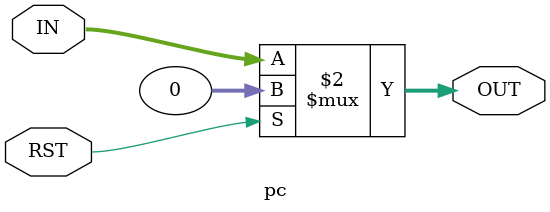
<source format=v>
`timescale 1ns / 1ps
module pc(
		input [31:0] IN,
		input RST,
		output [31:0] OUT
    );

	assign OUT = (RST == 1) ? 32'd0 : IN;
	
endmodule

</source>
